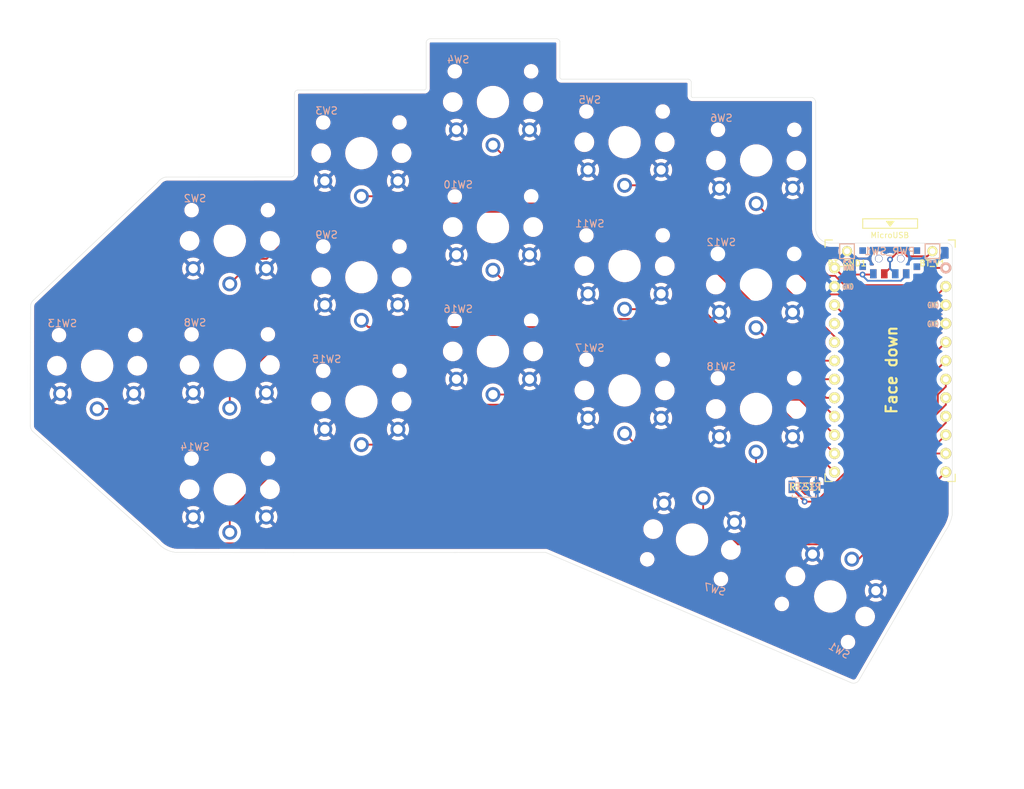
<source format=kicad_pcb>
(kicad_pcb (version 20211014) (generator pcbnew)
  (layers (0 "F.Cu" signal) (31 "B.Cu" signal) (34 "B.Paste" user) (35 "F.Paste" user) (36 "B.SilkS" user "B.Silkscreen") (37 "F.SilkS" user "F.Silkscreen") (38 "B.Mask" user) (39 "F.Mask" user) (44 "Edge.Cuts" user))
  (net 0 "")
  (net 1 "Net-(BT_V1-Pad1)")
  (net 2 "Net-(RSW1-Pad1)")
  (net 3 "GND")
  (net 4 "switch1")
  (net 5 "switch6")
  (net 6 "switch11")
  (net 7 "switch16")
  (net 8 "switch2")
  (net 9 "switch7")
  (net 10 "switch12")
  (net 11 "switch17")
  (net 12 "switch3")
  (net 13 "switch8")
  (net 14 "switch13")
  (net 15 "switch18")
  (net 16 "switch4")
  (net 17 "switch9")
  (net 18 "switch14")
  (net 19 "switch5")
  (net 20 "switch10")
  (net 21 "switch15")
  (net 22 "VCC")
  (net 23 "Net-(PWR_SW1-Pad3)")
  (footprint "kbd:ProMicro_v3_min" (layer "F.Cu") (at 138.117535 67.199212)
    (fp_text reference "U1" hide)
    (fp_text value "ProMicro" hide)
    (fp_text user "RAW" (at -5.64 -14.52 unlocked) (layer "B.SilkS") (effects (font (size 0.75 0.5) (thickness 0.125)) (justify mirror)))
    (fp_text user "GND" (at -5.77 -11.88) (layer "B.SilkS") (effects (font (size 0.75 0.5) (thickness 0.125)) (justify mirror)))
    (fp_text user "" (at -1.2065 -16.256) (layer "B.SilkS") (effects (justify mirror)))
    (fp_text user "GND" (at 5.88 -9.35) (layer "B.SilkS") (effects (font (size 0.75 0.5) (thickness 0.125)) (justify mirror)))
    (fp_text user "GND" (at 5.86 -6.77) (layer "B.SilkS") (effects (font (size 0.75 0.5) (thickness 0.125)) (justify mirror)))
    (fp_text user "GND" (at -5.77 -11.91) (layer "F.SilkS") (effects (font (size 0.75 0.5) (thickness 0.125))))
    (fp_text user "GND" (at 5.86 -6.8) (layer "F.SilkS") (effects (font (size 0.75 0.5) (thickness 0.125))))
    (fp_text user "" (at -0.5 -17.25) (layer "F.SilkS"))
    (fp_text user "GND" (at 5.88 -9.38) (layer "F.SilkS") (effects (font (size 0.75 0.5) (thickness 0.125))))
    (fp_text user "MicroUSB" (at -0.05 -18.95) (layer "F.SilkS") (effects (font (size 0.75 0.75) (thickness 0.12))))
    (fp_text user "RAW" (at -5.646009 -14.477575) (layer "F.SilkS") (effects (font (size 0.75 0.5) (thickness 0.125))))
    (fp_line (start 8.9 14.75) (end 7.89 14.75) (layer "F.SilkS") (width 0.15))
    (fp_line (start 0.5 -20.85) (end 0 -20.2) (layer "F.SilkS") (width 0.15))
    (fp_line (start -8.9 14.75) (end -7.9 14.75) (layer "F.SilkS") (width 0.15))
    (fp_line (start -8.9 -18.3) (end -7.9 -18.3) (layer "F.SilkS") (width 0.15))
    (fp_line (start 3.75 -21.2) (end -3.75 -21.2) (layer "F.SilkS") (width 0.15))
    (fp_line (start -0.15 -20.4) (end 0.15 -20.4) (layer "F.SilkS") (width 0.15))
    (fp_line (start -0.5 -20.85) (end 0.5 -20.85) (layer "F.SilkS") (width 0.15))
    (fp_line (start 8.9 -18.3) (end 8.9 -17.3) (layer "F.SilkS") (width 0.15))
    (fp_line (start 3.75 -19.9) (end 3.75 -21.2) (layer "F.SilkS") (width 0.15))
    (fp_line (start 0 -20.2) (end -0.5 -20.85) (layer "F.SilkS") (width 0.15))
    (fp_line (start -8.9 13.7) (end -8.9 14.75) (layer "F.SilkS") (width 0.15))
    (fp_line (start -3.75 -19.9) (end 3.75 -19.9) (layer "F.SilkS") (width 0.15))
    (fp_line (start -0.25 -20.55) (end 0.25 -20.55) (layer "F.SilkS") (width 0.15))
    (fp_line (start 8.9 13.75) (end 8.9 14.75) (layer "F.SilkS") (width 0.15))
    (fp_line (start 8.9 -18.3) (end 7.95 -18.3) (layer "F.SilkS") (width 0.15))
    (fp_line (start -8.9 -18.3) (end -8.9 -17.3) (layer "F.SilkS") (width 0.15))
    (fp_line (start -0.35 -20.7) (end 0.35 -20.7) (layer "F.SilkS") (width 0.15))
    (fp_line (start -3.75 -21.2) (end -3.75 -19.9) (layer "F.SilkS") (width 0.15))
    (pad "1" thru_hole circle locked (at 7.6114 -14.478) (size 1.524 1.524) (drill 0.8128) (layers *.Cu *.SilkS *.Mask) (net 5 "switch6"))
    (pad "2" thru_hole circle locked (at 7.6114 -11.938) (size 1.524 1.524) (drill 0.8128) (layers *.Cu "F.SilkS" "B.Mask") (net 19 "switch5"))
    (pad "3" thru_hole circle locked (at 7.6114 -9.398) (size 1.524 1.524) (drill 0.8128) (layers *.Cu "F.SilkS" "B.Mask") (net 3 "GND"))
    (pad "4" thru_hole circle locked (at 7.6114 -6.858) (size 1.524 1.524) (drill 0.8128) (layers *.Cu "F.SilkS" "B.Mask") (net 3 "GND"))
    (pad "5" thru_hole circle locked (at 7.6114 -4.318) (size 1.524 1.524) (drill 0.8128) (layers *.Cu "F.SilkS" "B.Mask") (net 15 "switch18"))
    (pad "6" thru_hole circle locked (at 7.6114 -1.778) (size 1.524 1.524) (drill 0.8128) (layers *.Cu "F.SilkS" "B.Mask") (net 11 "switch17"))
    (pad "7" thru_hole circle locked (at 7.6114 0.762) (size 1.524 1.524) (drill 0.8128) (layers *.Cu "F.SilkS" "B.Mask") (net 7 "switch16"))
    (pad "8" thru_hole circle locked (at 7.6114 3.302) (size 1.524 1.524) (drill 0.8128) (layers *.Cu "F.SilkS" "B.Mask") (net 21 "switch15"))
    (pad "9" thru_hole circle locked (at 7.6114 5.842) (size 1.524 1.524) (drill 0.8128) (layers *.Cu "F.SilkS" "B.Mask") (net 18 "switch14"))
    (pad "10" thru_hole circle locked (at 7.6114 8.382) (size 1.524 1.524) (drill 0.8128) (layers *.Cu "F.SilkS" "B.Mask") (net 14 "switch13"))
    (pad "11" thru_hole circle locked (at 7.6114 10.922) (size 1.524 1.524) (drill 0.8128) (layers *.Cu "F.SilkS" "B.Mask") (net 9 "switch7"))
    (pad "12" thru_hole circle locked (at 7.6114 13.462) (size 1.524 1.524) (drill 0.8128) (layers *.Cu "F.SilkS" "B.Mask") (net 4 "switch1"))
    (pad "13" thru_hole circle locked (at -7.6086 13.462) (size 1.524 1.524) (drill 0.8128) (layers *.Cu "F.SilkS" "B.Mask") (net 13 "switch8"))
    (pad "14" thru_hole circle locked (at -7.6086 10.922) (size 1.524 1.524) (drill 0.8128) (layers *.Cu "F.SilkS" "B.Mask") (net 17 "switch9"))
    (pad "15" thru_hole circle locked (at -7.6086 8.382) (size 1.524 1.524) (drill 0.8128) (layers *.Cu "F.SilkS" "B.Mask") (net 20 "switch10"))
    (pad "16" thru_hole circle locked (at -7.6086 5.842) (size 1.524 1.524) (drill 0.8128) (layers *.Cu "F.SilkS" "B.Mask") (net 6 "switch11"))
    (pad "17" thru_hole circle locked (at -7.6086 3.302) (size 1.524 1.524) (drill 0.8128) (layers *.Cu "F.SilkS" "B.Mask") (net 10 "switch12"))
    (pad "18" thru_hole circle locked (at -7.6086 0.762) (size 1.524 1.524) (drill 0.8128) (layers *.Cu "F.SilkS" "B.Mask") (net 8 "switch2"))
    (pad "19" thru_hole circle locked (at -7.6086 -1.778) (size 1.524 1.524) (drill 0.8128) (layers *.Cu "F.SilkS" "B.Mask") (net 12 "switch3"))
    (pad "20" thru_hole circle locked (at -7.6086 -4.318) (size 1.524 1.524) (drill 0.8128) (layers *.Cu "F.SilkS" "B.Mask") (net 16 "switch4"))
    (pad "21" thru_hole circle locked (at -7.6086 -6.858) (size 1.524 1.524) (drill 0.8128) (layers *.Cu "F.SilkS" "B.Mask") (net 22 "VCC"))
    (pad "22" thru_hole circle locked (at -7.6086 -9.398) (size 1.524 1.524) (drill 0.8128) (layers *.Cu "F.SilkS" "B.Mask") (net 2 "Net-(RSW1-Pad1)"))
    (pad "23" thru_hole circle locked (at -7.6086 -11.938) (size 1.524 1.524) (drill 0.8128) (layers *.Cu "F.SilkS" "B.Mask") (net 3 "GND"))
    (pad "24" thru_hole circle locked (at -7.6086 -14.478) (size 1.524 1.524) (drill 0.8128) (layers *.Cu "F.SilkS" "B.Mask") (net 23 "Net-(PWR_SW1-Pad3)"))
  )
  (footprint "Exkeylibur:choc_switch_reversible" (layer "F.Cu") (at 83.795535 64.151212)
    (fp_text reference "SW16" hide)
    (fp_text value "SW_Push" hide)
    (fp_text user "${REFERENCE}" (at -4.76 -5.8) (layer "B.SilkS") (effects (justify mirror)))
    (pad "" np_thru_hole circle (at 0 0) (size 3.429 3.429) (drill 3.429) (layers *.Cu *.Mask))
    (pad "" np_thru_hole circle (at 5.22 -4.2) (size 0.9906 0.9906) (drill 0.9906) (layers *.Cu *.Mask))
    (pad "" np_thru_hole circle (at 5.5 0) (size 1.7018 1.7018) (drill 1.7018) (layers *.Cu *.Mask))
    (pad "" np_thru_hole circle (at -5.22 -4.2) (size 0.9906 0.9906) (drill 0.9906) (layers *.Cu *.Mask))
    (pad "" np_thru_hole circle (at -5.5 0) (size 1.7018 1.7018) (drill 1.7018) (layers *.Cu *.Mask))
    (pad "1" thru_hole circle (at 0 5.9) (size 2.032 2.032) (drill 1.27) (layers *.Cu *.Mask) (net 7 "switch16"))
    (pad "2" thru_hole circle (at 5 3.8) (size 2.032 2.032) (drill 1.27) (layers *.Cu *.Mask) (net 3 "GND"))
    (pad "2" thru_hole circle (at -5 3.8) (size 2.032 2.032) (drill 1.27) (layers *.Cu *.Mask) (net 3 "GND"))
  )
  (footprint "Exkeylibur:choc_switch_reversible" (layer "F.Cu") (at 129.930425 97.686425 150)
    (fp_text reference "SW1" hide)
    (fp_text value "SW_Push" hide)
    (fp_text user "${REFERENCE}" (at -4.76 -5.8 150) (layer "B.SilkS") (effects (justify mirror)))
    (pad "" np_thru_hole circle (at -5.22 -4.2 150) (size 0.9906 0.9906) (drill 0.9906) (layers *.Cu *.Mask))
    (pad "" np_thru_hole circle (at 0 0 150) (size 3.429 3.429) (drill 3.429) (layers *.Cu *.Mask))
    (pad "" np_thru_hole circle (at -5.5 0 150) (size 1.7018 1.7018) (drill 1.7018) (layers *.Cu *.Mask))
    (pad "" np_thru_hole circle (at 5.5 0 150) (size 1.7018 1.7018) (drill 1.7018) (layers *.Cu *.Mask))
    (pad "" np_thru_hole circle (at 5.22 -4.2 150) (size 0.9906 0.9906) (drill 0.9906) (layers *.Cu *.Mask))
    (pad "1" thru_hole circle (at 0 5.9 150) (size 2.032 2.032) (drill 1.27) (layers *.Cu *.Mask) (net 4 "switch1"))
    (pad "2" thru_hole circle (at -5 3.8 150) (size 2.032 2.032) (drill 1.27) (layers *.Cu *.Mask) (net 3 "GND"))
    (pad "2" thru_hole circle (at 5 3.8 150) (size 2.032 2.032) (drill 1.27) (layers *.Cu *.Mask) (net 3 "GND"))
  )
  (footprint "Exkeylibur:choc_switch_reversible" (layer "F.Cu") (at 65.795535 71.009212)
    (fp_text reference "SW15" hide)
    (fp_text value "SW_Push" hide)
    (fp_text user "${REFERENCE}" (at -4.76 -5.8) (layer "B.SilkS") (effects (justify mirror)))
    (pad "" np_thru_hole circle (at 5.22 -4.2) (size 0.9906 0.9906) (drill 0.9906) (layers *.Cu *.Mask))
    (pad "" np_thru_hole circle (at -5.22 -4.2) (size 0.9906 0.9906) (drill 0.9906) (layers *.Cu *.Mask))
    (pad "" np_thru_hole circle (at 0 0) (size 3.429 3.429) (drill 3.429) (layers *.Cu *.Mask))
    (pad "" np_thru_hole circle (at -5.5 0) (size 1.7018 1.7018) (drill 1.7018) (layers *.Cu *.Mask))
    (pad "" np_thru_hole circle (at 5.5 0) (size 1.7018 1.7018) (drill 1.7018) (layers *.Cu *.Mask))
    (pad "1" thru_hole circle (at 0 5.9) (size 2.032 2.032) (drill 1.27) (layers *.Cu *.Mask) (net 21 "switch15"))
    (pad "2" thru_hole circle (at 5 3.8) (size 2.032 2.032) (drill 1.27) (layers *.Cu *.Mask) (net 3 "GND"))
    (pad "2" thru_hole circle (at -5 3.8) (size 2.032 2.032) (drill 1.27) (layers *.Cu *.Mask) (net 3 "GND"))
  )
  (footprint "Exkeylibur:choc_switch_reversible" (layer "F.Cu") (at 29.660425 66.116425)
    (fp_text reference "SW13" hide)
    (fp_text value "SW_Push" hide)
    (fp_text user "${REFERENCE}" (at -4.76 -5.8) (layer "B.SilkS") (effects (justify mirror)))
    (pad "" np_thru_hole circle (at -5.22 -4.2) (size 0.9906 0.9906) (drill 0.9906) (layers *.Cu *.Mask))
    (pad "" np_thru_hole circle (at 5.5 0) (size 1.7018 1.7018) (drill 1.7018) (layers *.Cu *.Mask))
    (pad "" np_thru_hole circle (at 5.22 -4.2) (size 0.9906 0.9906) (drill 0.9906) (layers *.Cu *.Mask))
    (pad "" np_thru_hole circle (at -5.5 0) (size 1.7018 1.7018) (drill 1.7018) (layers *.Cu *.Mask))
    (pad "" np_thru_hole circle (at 0 0) (size 3.429 3.429) (drill 3.429) (layers *.Cu *.Mask))
    (pad "1" thru_hole circle (at 0 5.9) (size 2.032 2.032) (drill 1.27) (layers *.Cu *.Mask) (net 14 "switch13"))
    (pad "2" thru_hole circle (at -5 3.8) (size 2.032 2.032) (drill 1.27) (layers *.Cu *.Mask) (net 3 "GND"))
    (pad "2" thru_hole circle (at 5 3.8) (size 2.032 2.032) (drill 1.27) (layers *.Cu *.Mask) (net 3 "GND"))
  )
  (footprint "Exkeylibur:choc_switch_reversible" (layer "F.Cu") (at 101.795535 69.485212)
    (fp_text reference "SW17" hide)
    (fp_text value "SW_Push" hide)
    (fp_text user "${REFERENCE}" (at -4.76 -5.8) (layer "B.SilkS") (effects (justify mirror)))
    (pad "" np_thru_hole circle (at -5.5 0) (size 1.7018 1.7018) (drill 1.7018) (layers *.Cu *.Mask))
    (pad "" np_thru_hole circle (at -5.22 -4.2) (size 0.9906 0.9906) (drill 0.9906) (layers *.Cu *.Mask))
    (pad "" np_thru_hole circle (at 0 0) (size 3.429 3.429) (drill 3.429) (layers *.Cu *.Mask))
    (pad "" np_thru_hole circle (at 5.5 0) (size 1.7018 1.7018) (drill 1.7018) (layers *.Cu *.Mask))
    (pad "" np_thru_hole circle (at 5.22 -4.2) (size 0.9906 0.9906) (drill 0.9906) (layers *.Cu *.Mask))
    (pad "1" thru_hole circle (at 0 5.9) (size 2.032 2.032) (drill 1.27) (layers *.Cu *.Mask) (net 11 "switch17"))
    (pad "2" thru_hole circle (at -5 3.8) (size 2.032 2.032) (drill 1.27) (layers *.Cu *.Mask) (net 3 "GND"))
    (pad "2" thru_hole circle (at 5 3.8) (size 2.032 2.032) (drill 1.27) (layers *.Cu *.Mask) (net 3 "GND"))
  )
  (footprint "Exkeylibur:choc_switch_reversible" (layer "F.Cu") (at 119.775535 72.025212)
    (fp_text reference "SW18" hide)
    (fp_text value "SW_Push" hide)
    (fp_text user "${REFERENCE}" (at -4.76 -5.8) (layer "B.SilkS") (effects (justify mirror)))
    (pad "" np_thru_hole circle (at 0 0) (size 3.429 3.429) (drill 3.429) (layers *.Cu *.Mask))
    (pad "" np_thru_hole circle (at 5.22 -4.2) (size 0.9906 0.9906) (drill 0.9906) (layers *.Cu *.Mask))
    (pad "" np_thru_hole circle (at -5.5 0) (size 1.7018 1.7018) (drill 1.7018) (layers *.Cu *.Mask))
    (pad "" np_thru_hole circle (at 5.5 0) (size 1.7018 1.7018) (drill 1.7018) (layers *.Cu *.Mask))
    (pad "" np_thru_hole circle (at -5.22 -4.2) (size 0.9906 0.9906) (drill 0.9906) (layers *.Cu *.Mask))
    (pad "1" thru_hole circle (at 0 5.9) (size 2.032 2.032) (drill 1.27) (layers *.Cu *.Mask) (net 15 "switch18"))
    (pad "2" thru_hole circle (at -5 3.8) (size 2.032 2.032) (drill 1.27) (layers *.Cu *.Mask) (net 3 "GND"))
    (pad "2" thru_hole circle (at 5 3.8) (size 2.032 2.032) (drill 1.27) (layers *.Cu *.Mask) (net 3 "GND"))
  )
  (footprint "Exkeylibur:choc_switch_reversible" (layer "F.Cu") (at 83.795535 30.017212)
    (fp_text reference "SW4" hide)
    (fp_text value "SW_Push" hide)
    (fp_text user "${REFERENCE}" (at -4.76 -5.8) (layer "B.SilkS") (effects (justify mirror)))
    (pad "" np_thru_hole circle (at 0 0) (size 3.429 3.429) (drill 3.429) (layers *.Cu *.Mask))
    (pad "" np_thru_hole circle (at -5.22 -4.2) (size 0.9906 0.9906) (drill 0.9906) (layers *.Cu *.Mask))
    (pad "" np_thru_hole circle (at 5.5 0) (size 1.7018 1.7018) (drill 1.7018) (layers *.Cu *.Mask))
    (pad "" np_thru_hole circle (at -5.5 0) (size 1.7018 1.7018) (drill 1.7018) (layers *.Cu *.Mask))
    (pad "" np_thru_hole circle (at 5.22 -4.2) (size 0.9906 0.9906) (drill 0.9906) (layers *.Cu *.Mask))
    (pad "1" thru_hole circle (at 0 5.9) (size 2.032 2.032) (drill 1.27) (layers *.Cu *.Mask) (net 16 "switch4"))
    (pad "2" thru_hole circle (at 5 3.8) (size 2.032 2.032) (drill 1.27) (layers *.Cu *.Mask) (net 3 "GND"))
    (pad "2" thru_hole circle (at -5 3.8) (size 2.032 2.032) (drill 1.27) (layers *.Cu *.Mask) (net 3 "GND"))
  )
  (footprint "Exkeylibur:choc_switch_reversible" (layer "F.Cu") (at 65.795535 37.017212)
    (fp_text reference "SW3" hide)
    (fp_text value "SW_Push" hide)
    (fp_text user "${REFERENCE}" (at -4.76 -5.8) (layer "B.SilkS") (effects (justify mirror)))
    (pad "" np_thru_hole circle (at -5.22 -4.2) (size 0.9906 0.9906) (drill 0.9906) (layers *.Cu *.Mask))
    (pad "" np_thru_hole circle (at 5.22 -4.2) (size 0.9906 0.9906) (drill 0.9906) (layers *.Cu *.Mask))
    (pad "" np_thru_hole circle (at 5.5 0) (size 1.7018 1.7018) (drill 1.7018) (layers *.Cu *.Mask))
    (pad "" np_thru_hole circle (at 0 0) (size 3.429 3.429) (drill 3.429) (layers *.Cu *.Mask))
    (pad "" np_thru_hole circle (at -5.5 0) (size 1.7018 1.7018) (drill 1.7018) (layers *.Cu *.Mask))
    (pad "1" thru_hole circle (at 0 5.9) (size 2.032 2.032) (drill 1.27) (layers *.Cu *.Mask) (net 12 "switch3"))
    (pad "2" thru_hole circle (at 5 3.8) (size 2.032 2.032) (drill 1.27) (layers *.Cu *.Mask) (net 3 "GND"))
    (pad "2" thru_hole circle (at -5 3.8) (size 2.032 2.032) (drill 1.27) (layers *.Cu *.Mask) (net 3 "GND"))
  )
  (footprint "Exkeylibur:choc_switch_reversible" (layer "F.Cu") (at 65.795535 53.991212)
    (fp_text reference "SW9" hide)
    (fp_text value "SW_Push" hide)
    (fp_text user "${REFERENCE}" (at -4.76 -5.8) (layer "B.SilkS") (effects (justify mirror)))
    (pad "" np_thru_hole circle (at 0 0) (size 3.429 3.429) (drill 3.429) (layers *.Cu *.Mask))
    (pad "" np_thru_hole circle (at 5.22 -4.2) (size 0.9906 0.9906) (drill 0.9906) (layers *.Cu *.Mask))
    (pad "" np_thru_hole circle (at 5.5 0) (size 1.7018 1.7018) (drill 1.7018) (layers *.Cu *.Mask))
    (pad "" np_thru_hole circle (at -5.5 0) (size 1.7018 1.7018) (drill 1.7018) (layers *.Cu *.Mask))
    (pad "" np_thru_hole circle (at -5.22 -4.2) (size 0.9906 0.9906) (drill 0.9906) (layers *.Cu *.Mask))
    (pad "1" thru_hole circle (at 0 5.9) (size 2.032 2.032) (drill 1.27) (layers *.Cu *.Mask) (net 17 "switch9"))
    (pad "2" thru_hole circle (at -5 3.8) (size 2.032 2.032) (drill 1.27) (layers *.Cu *.Mask) (net 3 "GND"))
    (pad "2" thru_hole circle (at 5 3.8) (size 2.032 2.032) (drill 1.27) (layers *.Cu *.Mask) (net 3 "GND"))
  )
  (footprint "Exkeylibur:choc_switch_reversible" (layer "F.Cu") (at 47.795535 83.017212)
    (fp_text reference "SW14" hide)
    (fp_text value "SW_Push" hide)
    (fp_text user "${REFERENCE}" (at -4.76 -5.8) (layer "B.SilkS") (effects (justify mirror)))
    (pad "" np_thru_hole circle (at 0 0) (size 3.429 3.429) (drill 3.429) (layers *.Cu *.Mask))
    (pad "" np_thru_hole circle (at 5.5 0) (size 1.7018 1.7018) (drill 1.7018) (layers *.Cu *.Mask))
    (pad "" np_thru_hole circle (at -5.5 0) (size 1.7018 1.7018) (drill 1.7018) (layers *.Cu *.Mask))
    (pad "" np_thru_hole circle (at -5.22 -4.2) (size 0.9906 0.9906) (drill 0.9906) (layers *.Cu *.Mask))
    (pad "" np_thru_hole circle (at 5.22 -4.2) (size 0.9906 0.9906) (drill 0.9906) (layers *.Cu *.Mask))
    (pad "1" thru_hole circle (at 0 5.9) (size 2.032 2.032) (drill 1.27) (layers *.Cu *.Mask) (net 18 "switch14"))
    (pad "2" thru_hole circle (at 5 3.8) (size 2.032 2.032) (drill 1.27) (layers *.Cu *.Mask) (net 3 "GND"))
    (pad "2" thru_hole circle (at -5 3.8) (size 2.032 2.032) (drill 1.27) (layers *.Cu *.Mask) (net 3 "GND"))
  )
  (footprint "Exkeylibur:choc_switch_reversible" (layer "F.Cu") (at 119.775535 55.007212)
    (fp_text reference "SW12" hide)
    (fp_text value "SW_Push" hide)
    (fp_text user "${REFERENCE}" (at -4.76 -5.8) (layer "B.SilkS") (effects (justify mirror)))
    (pad "" np_thru_hole circle (at 0 0) (size 3.429 3.429) (drill 3.429) (layers *.Cu *.Mask))
    (pad "" np_thru_hole circle (at 5.5 0) (size 1.7018 1.7018) (drill 1.7018) (layers *.Cu *.Mask))
    (pad "" np_thru_hole circle (at -5.5 0) (size 1.7018 1.7018) (drill 1.7018) (layers *.Cu *.Mask))
    (pad "" np_thru_hole circle (at 5.22 -4.2) (size 0.9906 0.9906) (drill 0.9906) (layers *.Cu *.Mask))
    (pad "" np_thru_hole circle (at -5.22 -4.2) (size 0.9906 0.9906) (drill 0.9906) (layers *.Cu *.Mask))
    (pad "1" thru_hole circle (at 0 5.9) (size 2.032 2.032) (drill 1.27) (layers *.Cu *.Mask) (net 10 "switch12"))
    (pad "2" thru_hole circle (at 5 3.8) (size 2.032 2.032) (drill 1.27) (layers *.Cu *.Mask) (net 3 "GND"))
    (pad "2" thru_hole circle (at -5 3.8) (size 2.032 2.032) (drill 1.27) (layers *.Cu *.Mask) (net 3 "GND"))
  )
  (footprint "Exkeylibur:choc_switch_reversible" (layer "F.Cu") (at 101.795535 52.467212)
    (fp_text reference "SW11" hide)
    (fp_text value "SW_Push" hide)
    (fp_text user "${REFERENCE}" (at -4.76 -5.8) (layer "B.SilkS") (effects (justify mirror)))
    (pad "" np_thru_hole circle (at -5.5 0) (size 1.7018 1.7018) (drill 1.7018) (layers *.Cu *.Mask))
    (pad "" np_thru_hole circle (at 0 0) (size 3.429 3.429) (drill 3.429) (layers *.Cu *.Mask))
    (pad "" np_thru_hole circle (at 5.22 -4.2) (size 0.9906 0.9906) (drill 0.9906) (layers *.Cu *.Mask))
    (pad "" np_thru_hole circle (at -5.22 -4.2) (size 0.9906 0.9906) (drill 0.9906) (layers *.Cu *.Mask))
    (pad "" np_thru_hole circle (at 5.5 0) (size 1.7018 1.7018) (drill 1.7018) (layers *.Cu *.Mask))
    (pad "1" thru_hole circle (at 0 5.9) (size 2.032 2.032) (drill 1.27) (layers *.Cu *.Mask) (net 6 "switch11"))
    (pad "2" thru_hole circle (at -5 3.8) (size 2.032 2.032) (drill 1.27) (layers *.Cu *.Mask) (net 3 "GND"))
    (pad "2" thru_hole circle (at 5 3.8) (size 2.032 2.032) (drill 1.27) (layers *.Cu *.Mask) (net 3 "GND"))
  )
  (footprint "Exkeylibur:choc_switch_reversible" (layer "F.Cu") (at 47.795535 66.017212)
    (fp_text reference "SW8" hide)
    (fp_text value "SW_Push" hide)
    (fp_text user "${REFERENCE}" (at -4.76 -5.8) (layer "B.SilkS") (effects (justify mirror)))
    (pad "" np_thru_hole circle (at -5.5 0) (size 1.7018 1.7018) (drill 1.7018) (layers *.Cu *.Mask))
    (pad "" np_thru_hole circle (at -5.22 -4.2) (size 0.9906 0.9906) (drill 0.9906) (layers *.Cu *.Mask))
    (pad "" np_thru_hole circle (at 5.5 0) (size 1.7018 1.7018) (drill 1.7018) (layers *.Cu *.Mask))
    (pad "" np_thru_hole circle (at 0 0) (size 3.429 3.429) (drill 3.429) (layers *.Cu *.Mask))
    (pad "" np_thru_hole circle (at 5.22 -4.2) (size 0.9906 0.9906) (drill 0.9906) (layers *.Cu *.Mask))
    (pad "1" thru_hole circle (at 0 5.9) (size 2.032 2.032) (drill 1.27) (layers *.Cu *.Mask) (net 13 "switch8"))
    (pad "2" thru_hole circle (at -5 3.8) (size 2.032 2.032) (drill 1.27) (layers *.Cu *.Mask) (net 3 "GND"))
    (pad "2" thru_hole circle (at 5 3.8) (size 2.032 2.032) (drill 1.27) (layers *.Cu *.Mask) (net 3 "GND"))
  )
  (footprint "Exkeylibur:choc_switch_reversible" (layer "F.Cu") (at 119.795535 38.017212)
    (fp_text reference "SW6" hide)
    (fp_text value "SW_Push" hide)
    (fp_text user "${REFERENCE}" (at -4.76 -5.8) (layer "B.SilkS") (effects (justify mirror)))
    (pad "" np_thru_hole circle (at 5.22 -4.2) (size 0.9906 0.9906) (drill 0.9906) (layers *.Cu *.Mask))
    (pad "" np_thru_hole circle (at -5.22 -4.2) (size 0.9906 0.9906) (drill 0.9906) (layers *.Cu *.Mask))
    (pad "" np_thru_hole circle (at 0 0) (size 3.429 3.429) (drill 3.429) (layers *.Cu *.Mask))
    (pad "" np_thru_hole circle (at 5.5 0) (size 1.7018 1.7018) (drill 1.7018) (layers *.Cu *.Mask))
    (pad "" np_thru_hole circle (at -5.5 0) (size 1.7018 1.7018) (drill 1.7018) (layers *.Cu *.Mask))
    (pad "1" thru_hole circle (at 0 5.9) (size 2.032 2.032) (drill 1.27) (layers *.Cu *.Mask) (net 5 "switch6"))
    (pad "2" thru_hole circle (at 5 3.8) (size 2.032 2.032) (drill 1.27) (layers *.Cu *.Mask) (net 3 "GND"))
    (pad "2" thru_hole circle (at -5 3.8) (size 2.032 2.032) (drill 1.27) (layers *.Cu *.Mask) (net 3 "GND"))
  )
  (footprint "Exkeylibur:choc_switch_reversible" (layer "F.Cu") (at 101.795535 35.517212)
    (fp_text reference "SW5" hide)
    (fp_text value "SW_Push" hide)
    (fp_text user "${REFERENCE}" (at -4.76 -5.8) (layer "B.SilkS") (effects (justify mirror)))
    (pad "" np_thru_hole circle (at -5.5 0) (size 1.7018 1.7018) (drill 1.7018) (layers *.Cu *.Mask))
    (pad "" np_thru_hole circle (at 5.22 -4.2) (size 0.9906 0.9906) (drill 0.9906) (layers *.Cu *.Mask))
    (pad "" np_thru_hole circle (at -5.22 -4.2) (size 0.9906 0.9906) (drill 0.9906) (layers *.Cu *.Mask))
    (pad "" np_thru_hole circle (at 5.5 0) (size 1.7018 1.7018) (drill 1.7018) (layers *.Cu *.Mask))
    (pad "" np_thru_hole circle (at 0 0) (size 3.429 3.429) (drill 3.429) (layers *.Cu *.Mask))
    (pad "1" thru_hole circle (at 0 5.9) (size 2.032 2.032) (drill 1.27) (layers *.Cu *.Mask) (net 19 "switch5"))
    (pad "2" thru_hole circle (at -5 3.8) (size 2.032 2.032) (drill 1.27) (layers *.Cu *.Mask) (net 3 "GND"))
    (pad "2" thru_hole circle (at 5 3.8) (size 2.032 2.032) (drill 1.27) (layers *.Cu *.Mask) (net 3 "GND"))
  )
  (footprint "Exkeylibur:choc_switch_reversible" (layer "F.Cu") (at 47.795535 49.017212)
    (fp_text reference "SW2" hide)
    (fp_text value "SW_Push" hide)
    (fp_text user "${REFERENCE}" (at -4.76 -5.8) (layer "B.SilkS") (effects (justify mirror)))
    (pad "" np_thru_hole circle (at 5.5 0) (size 1.7018 1.7018) (drill 1.7018) (layers *.Cu *.Mask))
    (pad "" np_thru_hole circle (at -5.22 -4.2) (size 0.9906 0.9906) (drill 0.9906) (layers *.Cu *.Mask))
    (pad "" np_thru_hole circle (at -5.5 0) (size 1.7018 1.7018) (drill 1.7018) (layers *.Cu *.Mask))
    (pad "" np_thru_hole circle (at 0 0) (size 3.429 3.429) (drill 3.429) (layers *.Cu *.Mask))
    (pad "" np_thru_hole circle (at 5.22 -4.2) (size 0.9906 0.9906) (drill 0.9906) (layers *.Cu *.Mask))
    (pad "1" thru_hole circle (at 0 5.9) (size 2.032 2.032) (drill 1.27) (layers *.Cu *.Mask) (net 8 "switch2"))
    (pad "2" thru_hole circle (at -5 3.8) (size 2.032 2.032) (drill 1.27) (layers *.Cu *.Mask) (net 3 "GND"))
    (pad "2" thru_hole circle (at 5 3.8) (size 2.032 2.032) (drill 1.27) (layers *.Cu *.Mask) (net 3 "GND"))
  )
  (footprint "Exkeylibur:reset_switch" (layer "F.Cu") (at 126.379535 82.693212)
    (fp_text reference "RSW1" hide)
    (fp_text value "SW_Push")
    (fp_text user "RESET" (at 0.127 0) (layer "B.SilkS") (effects (justify mirror)))
    (fp_line (start -1.65 -1.4) (end 1.65 -1.4) (layer "F.SilkS") (width 0.12))
    (fp_line (start -1.65 1.1) (end -1.65 1.4) (layer "F.SilkS") (width 0.12))
    (fp_line (start 1.65 -1.4) (end 1.65 -1.1) (layer "F.SilkS") (width 0.12))
    (fp_line (start 1.65 1.4) (end 1.65 1.1) (layer "F.SilkS") (width 0.12))
    (fp_line (start -1.65 1.4) (end 1.65 1.4) (layer "F.SilkS") (width 0.12))
    (fp_line (start -1.65 -1.1) (end -1.65 -1.4) (layer "F.SilkS") (width 0.12))
    (pad "1" smd rect (at -1.7 0) (size 0.9 1.7) (layers "F.Cu" "F.Paste" "F.Mask") (net 2 "Net-(RSW1-Pad1)"))
    (pad "2" smd rect (at 1.7 0) (size 0.9 1.7) (layers "F.Cu" "F.Paste" "F.Mask") (net 3 "GND"))
  )
  (footprint "Exkeylibur:choc_switch_reversible" (layer "F.Cu") (at 83.795535 47.133212)
    (fp_text reference "SW10" hide)
    (fp_text value "SW_Push" hide)
    (fp_text user "${REFERENCE}" (at -4.76 -5.8) (layer "B.SilkS") (effects (justify mirror)))
    (pad "" np_thru_hole circle (at 5.22 -4.2) (size 0.9906 0.9906) (drill 0.9906) (layers *.Cu *.Mask))
    (pad "" np_thru_hole circle (at 0 0) (size 3.429 3.429) (drill 3.429) (layers *.Cu *.Mask))
    (pad "" np_thru_hole circle (at -5.22 -4.2) (size 0.9906 0.9906) (drill 0.9906) (layers *.Cu *.Mask))
    (pad "" np_thru_hole circle (at -5.5 0) (size 1.7018 1.7018) (drill 1.7018) (layers *.Cu *.Mask))
    (pad "" np_thru_hole circle (at 5.5 0) (size 1.7018 1.7018) (drill 1.7018) (layers *.Cu *.Mask))
    (pad "1" thru_hole circle (at 0 5.9) (size 2.032 2.032) (drill 1.27) (layers *.Cu *.Mask) (net 20 "switch10"))
    (pad "2" thru_hole circle (at 5 3.8) (size 2.032 2.032) (drill 1.27) (layers *.Cu *.Mask) (net 3 "GND"))
    (pad "2" thru_hole circle (at -5 3.8) (size 2.032 2.032) (drill 1.27) (layers *.Cu *.Mask) (net 3 "GND"))
  )
  (footprint "Exkeylibur:Bat_MountingHole" (layer "F.Cu") (at 143.905535 50.435212)
    (fp_text reference "BT_V1" (at 0 1.651) (layer "F.SilkS") (effects (font (size 0.8128 0.8128))))
    (fp_text value "MountingHole_Pad" hide)
    (fp_text user "**" (at 0 1.651) (layer "B.SilkS") (effects (font (size 0.8128 0.8128)) (justify mirror)))
    (fp_line (start 1 1) (end -1 1) (layer "B.SilkS") (width 0.15))
    (fp_line (start 1 -1) (end 1 1) (layer "B.SilkS") (width 0.15))
    (fp_line (start -1 -1) (end 1 -1) (layer "B.SilkS") (width 0.15))
    (fp_line (start -1 1) (end -1 -1) (layer "B.SilkS") (width 0.15))
    (fp_line (start 1 -1) (end -1 -1) (layer "F.SilkS") (width 0.15))
    (fp_line (start -1 1) (end 1 1) (layer "F.SilkS") (width 0.15))
    (fp_line (start -1 -1) (end -1 1) (layer "F.SilkS") (width 0.15))
    (fp_line (start 1 1) (end 1 -1) (layer "F.SilkS") (width 0.15))
    (pad "1" thru_hole circle (at 0 0) (size 1.397 1.397) (drill 0.8128) (layers *.Cu *.Mask "F.SilkS") (net 1 "Net-(BT_V1-Pad1)"))
  )
  (footprint "Exkeylibur:bat_gnd_mountingHole" (layer "F.Cu") (at 132.221535 50.435212)
    (fp_text reference "BT_GND1" (at 0 1.651) (layer "F.SilkS") (effects (font (size 0.8128 0.8128))))
    (fp_text value "MountingHole_Pad" hide)
    (fp_text user "**" (at 0 1.651) (layer "B.SilkS") (effects (font (size 0.8128 0.8128)) (justify mirror)))
    (fp_line (start 1 1) (end -1 1) (layer "B.SilkS") (width 0.15))
    (fp_line (start -1 -1) (end 1 -1) (layer "B.SilkS") (width 0.15))
    (fp_line (start 1 -1) (end 1 1) (layer "B.SilkS") (width 0.15))
    (fp_line (start -1 1) (end -1 -1) (layer "B.SilkS") (width 0.15))
    (fp_line (start 1 -1) (end -1 -1) (layer "F.SilkS") (width 0.15))
    (fp_line (start -1 1) (end 1 1) (layer "F.SilkS") (width 0.15))
    (fp_line (start 1 1) (end 1 -1) (layer "F.SilkS") (width 0.15))
    (fp_line (start -1 -1) (end -1 1) (layer "F.SilkS") (width 0.15))
    (pad "1" thru_hole circle (at 0 0) (size 1.397 1.397) (drill 0.8128) (layers *.Cu *.Mask "F.SilkS") (net 3 "GND"))
  )
  (footprint "Kailh:SPDT_C128955" (layer "F.Cu") (at 138.066802 51.454137)
    (fp_text reference "PWR_SW1" (at 0 -1) (layer "F.SilkS") (effects (justify mirror)))
    (fp_text value "SW_SPDT")
    (pad "" np_thru_hole circle locked (at 1.5 0) (size 1 1) (drill 0.9) (layers *.Cu *.Mask))
    (pad "" np_thru_hole circle locked (at -1.5 0) (size 1 1) (drill 0.9) (layers *.Cu *.Mask))
    (pad "0" smd rect locked (at 3.7 1.1) (size 0.9 0.9) (layers "F.Cu" "F.Paste" "F.Mask"))
    (pad "0" smd rect locked (at -3.7 1.1) (size 0.9 0.9) (layers "F.Cu" "F.Paste" "F.Mask"))
    (pad "0" smd rect locked (at 3.7 -1.1) (size 0.9 0.9) (layers "F.Cu" "F.Paste" "F.Mask"))
    (pad "0" smd rect locked (at -3.7 -1.1) (size 0.9 0.9) (layers "F.Cu" "F.Paste" "F.Mask"))
    (pad "1" smd rect locked (at 2.25 2.075) (size 0.9 1.25) (layers "F.Cu" "F.Paste" "F.Mask"))
    (pad "2" smd rect locked (at -0.75 2.075) (size 0.9 1.25) (layers "F.Cu" "F.Paste" "F.Mask") (net 1 "Net-(BT_V1-Pad1)"))
    (pad "3" smd rect locked (at -2.25 2.075) (size 0.9 1.25) (layers "F.Cu" "F.Paste" "F.Mask") (net 23 "Net-(PWR_SW1-Pad3)"))
  )
  (footprint "Exkeylibur:choc_switch_reversible" (layer "F.Cu") (at 111.020425 89.896425 165)
    (fp_text reference "SW7" hide)
    (fp_text value "SW_Push" hide)
    (fp_text user "${REFERENCE}" (at -4.76 -5.8 165) (layer "B.SilkS") (effects (justify mirror)))
    (pad "" np_thru_hole circle (at 5.5 0 165) (size 1.7018 1.7018) (drill 1.7018) (layers *.Cu *.Mask))
    (pad "" np_thru_hole circle (at -5.22 -4.2 165) (size 0.9906 0.9906) (drill 0.9906) (layers *.Cu *.Mask))
    (pad "" np_thru_hole circle (at -5.5 0 165) (size 1.7018 1.7018) (drill 1.7018) (layers *.Cu *.Mask))
    (pad "" np_thru_hole circle (at 5.22 -4.2 165) (size 0.9906 0.9906) (drill 0.9906) (layers *.Cu *.Mask))
    (pad "" np_thru_hole circle (at 0 0 165) (size 3.429 3.429) (drill 3.429) (layers *.Cu *.Mask))
    (pad "1" thru_hole circle (at 0 5.9 165) (size 2.032 2.032) (drill 1.27) (layers *.Cu *.Mask) (net 9 "switch7"))
    (pad "2" thru_hole circle (at 5 3.8 165) (size 2.032 2.032) (drill 1.27) (layers *.Cu *.Mask) (net 3 "GND"))
    (pad "2" thru_hole circle (at -5 3.8 165) (size 2.032 2.032) (drill 1.27) (layers *.Cu *.Mask) (net 3 "GND"))
  )
  (footprint "Kailh:SPDT_C128955" (layer "B.Cu") (at 138.063535 51.451212 180)
    (fp_text reference "PWR_SW1" (at 0 1) (layer "B.SilkS") (effects (justify mirror)))
    (fp_text value "SW_SPDT")
    (pad "" np_thru_hole circle locked (at -1.5 0 180) (size 1 1) (drill 0.9) (layers *.Cu *.Mask))
    (pad "" np_thru_hole circle locked (at 1.5 0 180) (size 1 1) (drill 0.9) (layers *.Cu *.Mask))
    (pad "0" smd rect locked (at -3.7 -1.1 180) (size 0.9 0.9) (layers "B.Cu" "B.Paste" "B.Mask"))
    (pad "0" smd rect locked (at 3.7 1.1 180) (size 0.9 0.9) (layers "B.Cu" "B.Paste" "B.Mask"))
    (pad "0" smd rect locked (at -3.7 1.1 180) (size 0.9 0.9) (layers "B.Cu" "B.Paste" "B.Mask"))
    (pad "0" smd rect locked (at 3.7 -1.1 180) (size 0.9 0.9) (layers "B.Cu" "B.Paste" "B.Mask"))
    (pad "1" smd rect locked (at 2.25 -2.075 180) (size 0.9 1.25) (layers "B.Cu" "B.Paste" "B.Mask"))
    (pad "2" smd rect locked (at -0.75 -2.075 180) (size 0.9 1.25) (layers "B.Cu" "B.Paste" "B.Mask") (net 1 "Net-(BT_V1-Pad1)"))
    (pad "3" smd rect locked (at -2.25 -2.075 180) (size 0.9 1.25) (layers "B.Cu" "B.Paste" "B.Mask") (net 23 "Net-(PWR_SW1-Pad3)"))
  )
  (footprint "Exkeylibur:reset_switch" (layer "B.Cu") (at 126.386802 82.691637)
    (fp_text reference "RSW1" hide)
    (fp_text value "SW_Push")
    (fp_text user "RESET" (at 0.127 0 180) (layer "F.SilkS"))
    (fp_line (start -1.65 -1.4) (end 1.65 -1.4) (layer "B.SilkS") (width 0.12))
    (fp_line (start 1.65 1.4) (end 1.65 1.1) (layer "B.SilkS") (width 0.12))
    (fp_line (start 1.65 -1.4) (end 1.65 -1.1) (layer "B.SilkS") (width 0.12))
    (fp_line (start -1.65 1.1) (end -1.65 1.4) (layer "B.SilkS") (width 0.12))
    (fp_line (start -1.65 -1.1) (end -1.65 -1.4) (layer "B.SilkS") (width 0.12))
    (fp_line (start -1.65 1.4) (end 1.65 1.4) (layer "B.SilkS") (width 0.12))
    (pad "1" smd rect (at -1.7 0) (size 0.9 1.7) (layers "B.Cu" "B.Paste" "B.Mask") (net 2 "Net-(RSW1-Pad1)"))
    (pad "2" smd rect (at 1.7 0) (size 0.9 1.7) (layers "B.Cu" "B.Paste" "B.Mask") (net 3 "GND"))
  )
  (gr_line (start 20.880425 75.136425) (end 37.910425 90.326425) (layer "Edge.Cuts") (width 0.05))
  (gr_line (start 127.937536 47.399211) (end 127.93758 30.074631) (layer "Edge.Cuts") (width 0.05))
  (gr_arc (start 129.972537 49.330129) (mid 128.560069 48.780928) (end 127.937536 47.399211) (layer "Edge.Cuts") (width 0.05))
  (gr_arc (start 145.877535 49.327212) (mid 146.407865 49.546882) (end 146.627535 50.077212) (layer "Edge.Cuts") (width 0.05))
  (gr_arc (start 40.500425 91.666425) (mid 39.069374 91.250703) (end 37.900425 90.326425) (layer "Edge.Cuts") (width 0.05))
  (gr_arc (start 127.471526 29.394101) (mid 127.809899 29.662221) (end 127.93758 30.074631) (layer "Edge.Cuts") (width 0.05))
  (gr_line (start 129.972537 49.330129) (end 145.877535 49.327212) (layer "Edge.Cuts") (width 0.05))
  (gr_line (start 146.627535 58.055212) (end 146.627535 66.183212) (layer "Edge.Cuts") (width 0.05))
  (gr_line (start 146.627535 50.077212) (end 146.627535 58.055212) (layer "Edge.Cuts") (width 0.05))
  (gr_line (start 37.930425 41.026425) (end 21.010425 57.076425) (layer "Edge.Cuts") (width 0.05))
  (gr_line (start 146.627535 66.183212) (end 146.620425 86.486425) (layer "Edge.Cuts") (width 0.05))
  (gr_line (start 110.911526 27.251637) (end 110.911526 29.201637) (layer "Edge.Cuts") (width 0.05))
  (gr_arc (start 56.641526 39.741637) (mid 56.543798 40.072794) (end 56.261526 40.271637) (layer "Edge.Cuts") (width 0.05))
  (gr_line (start 75.171526 21.361373) (end 92.50868 21.361373) (layer "Edge.Cuts") (width 0.05))
  (gr_line (start 56.511526 91.681637) (end 40.500425 91.666425) (layer "Edge.Cuts") (width 0.05))
  (gr_arc (start 74.651526 21.931637) (mid 74.800082 21.544884) (end 75.171526 21.361373) (layer "Edge.Cuts") (width 0.05))
  (gr_arc (start 37.930425 41.026425) (mid 38.436662 40.529319) (end 39.101526 40.281637) (layer "Edge.Cuts") (width 0.05))
  (gr_arc (start 110.471526 26.881637) (mid 110.754372 26.991901) (end 110.911526 27.251637) (layer "Edge.Cuts") (width 0.05))
  (gr_arc (start 56.641526 28.891637) (mid 56.774166 28.539035) (end 57.111526 28.371373) (layer "Edge.Cuts") (width 0.05))
  (gr_line (start 57.111526 28.371373) (end 74.441526 28.361637) (layer "Edge.Cuts") (width 0.05))
  (gr_arc (start 74.651526 28.071637) (mid 74.605941 28.259662) (end 74.441526 28.361637) (layer "Edge.Cuts") (width 0.05))
  (gr_arc (start 20.550425 58.076425) (mid 20.65693 57.519617) (end 21.010425 57.076425) (layer "Edge.Cuts") (width 0.05))
  (gr_line (start 91.040425 91.676425) (end 132.720425 109.466425) (layer "Edge.Cuts") (width 0.05))
  (gr_line (start 133.880425 109.116425) (end 145.670425 88.756425) (layer "Edge.Cuts") (width 0.05))
  (gr_arc (start 93.151526 26.881637) (mid 93.019918 26.80674) (end 92.951526 26.671637) (layer "Edge.Cuts") (width 0.05))
  (gr_line (start 56.511526 91.681637) (end 91.040425 91.676425) (layer "Edge.Cuts") (width 0.05))
  (gr_line (start 56.641526 28.891637) (end 56.641526 39.741637) (layer "Edge.Cuts") (width 0.05))
  (gr_line (start 39.101526 40.281637) (end 56.241526 40.271637) (layer "Edge.Cuts") (width 0.05))
  (gr_arc (start 146.620425 86.486425) (mid 146.264252 87.671154) (end 145.670425 88.756425) (layer "Edge.Cuts") (width 0.05))
  (gr_line (start 92.951526 21.751637) (end 92.951526 26.671637) (layer "Edge.Cuts") (width 0.05))
  (gr_line (start 74.651526 21.931637) (end 74.651526 28.071637) (layer "Edge.Cuts") (width 0.05))
  (gr_line (start 93.151526 26.881637) (end 110.471526 26.881637) (layer "Edge.Cuts") (width 0.05))
  (gr_arc (start 133.880425 109.116425) (mid 133.369898 109.521678) (end 132.720425 109.466425) (layer "Edge.Cuts") (width 0.05))
  (gr_line (start 20.550425 58.076425) (end 20.510425 74.256425) (layer "Edge.Cuts") (width 0.05))
  (gr_arc (start 111.061526 29.391637) (mid 110.954747 29.321726) (end 110.911526 29.201637) (layer "Edge.Cuts") (width 0.05))
  (gr_arc (start 20.880425 75.136425) (mid 20.599773 74.725749) (end 20.510425 74.236425) (layer "Edge.Cuts") (width 0.05))
  (gr_arc (start 92.50868 21.361373) (mid 92.798923 21.478412) (end 92.951526 21.751637) (layer "Edge.Cuts") (width 0.05))
  (gr_line (start 111.061526 29.394101) (end 127.471526 29.394101) (layer "Edge.Cuts") (width 0.05))
  (gr_text "Face down" (at 138.317535 66.691212 90) (layer "F.SilkS") (effects (font (size 1.5 1.5) (thickness 0.3))))
  (segment (start 143.207035 51.133712) (end 140.454727 51.133712) (width 0.25) (layer "F.Cu") (net 1))
  (segment (start 143.905535 50.435212) (end 143.207035 51.133712) (width 0.25) (layer "F.Cu") (net 1))
  (segment (start 140.454727 51.133712) (end 139.947706 50.626691) (width 0.25) (layer "F.Cu") (net 1))
  (segment (start 138.659109 51.02933) (end 138.116802 51.571637) (width 0.25) (layer "F.Cu") (net 1))
  (segment (start 138.116802 51.571637) (end 138.106802 51.571637) (width 0.25) (layer "F.Cu") (net 1))
  (segment (start 138.106802 51.571637) (end 138.106802 52.739137) (width 0.25) (layer "F.Cu") (net 1))
  (segment (start 139.061748 50.626691) (end 138.659109 51.02933) (width 0.25) (layer "F.Cu") (net 1))
  (segment (start 139.947706 50.626691) (end 139.061748 50.626691) (width 0.25) (layer "F.Cu") (net 1))
  (segment (start 138.106802 52.739137) (end 137.316802 53.529137) (width 0.25) (layer "F.Cu") (net 1))
  (via (at 138.106802 51.571637) (size 0.8) (drill 0.4) (layers "F.Cu" "B.Cu") (net 1))
  (segment (start 138.106802 51.571637) (end 138.106802 52.819479) (width 0.25) (layer "B.Cu") (net 1))
  (segment (start 138.106802 52.819479) (end 138.813535 53.526212) (width 0.25) (layer "B.Cu") (net 1))
  (segment (start 132.136802 80.569905) (end 127.99507 84.711637) (width 0.25) (layer "F.Cu") (net 2))
  (segment (start 124.985227 82.693212) (end 124.679535 82.693212) (width 0.25) (layer "F.Cu") (net 2))
  (segment (start 127.99507 84.711637) (end 126.426802 84.711637) (width 0.25) (layer "F.Cu") (net 2))
  (segment (start 132.136802 59.429079) (end 132.136802 59.701637) (width 0.25) (layer "F.Cu") (net 2))
  (segment (start 132.136802 78.029905) (end 132.136802 80.569905) (width 0.25) (layer "F.Cu") (net 2))
  (segment (start 124.679535 82.96437) (end 124.679535 82.693212) (width 0.25) (layer "F.Cu") (net 2))
  (segment (start 130.508935 57.801212) (end 132.136802 59.429079) (width 0.25) (layer "F.Cu") (net 2))
  (segment (start 126.426802 84.711637) (end 124.679535 82.96437) (width 0.25) (layer "F.Cu") (net 2))
  (segment (start 132.136802 59.701637) (end 132.136802 78.029905) (width 0.25) (layer "F.Cu") (net 2))
  (via (at 126.426802 84.711637) (size 0.8) (drill 0.4) (layers "F.Cu" "B.Cu") (net 2))
  (segment (start 126.426802 84.431637) (end 124.686802 82.691637) (width 0.25) (layer "B.Cu") (net 2))
  (segment (start 126.426802 84.711637) (end 126.426802 84.431637) (width 0.25) (layer "B.Cu") (net 2))
  (segment (start 145.728935 80.661212) (end 133.813272 92.576875) (width 0.25) (layer "F.Cu") (net 4))
  (segment (start 133.813272 92.576875) (end 132.880425 92.576875) (width 0.25) (layer "F.Cu") (net 4))
  (segment (start 143.657227 52.721212) (end 141.296802 55.081637) (width 0.25) (layer "F.Cu") (net 5))
  (segment (start 129.686046 53.807723) (end 119.795535 43.917212) (width 0.25) (layer "F.Cu") (net 5))
  (segment (start 131.86592 55.081637) (end 130.592006 53.807723) (width 0.25) (layer "F.Cu") (net 5))
  (segment (start 145.728935 52.721212) (end 143.657227 52.721212) (width 0.25) (layer "F.Cu") (net 5))
  (segment (start 130.592006 53.807723) (end 129.686046 53.807723) (width 0.25) (layer "F.Cu") (net 5))
  (segment (start 141.296802 55.081637) (end 131.86592 55.081637) (width 0.25) (layer "F.Cu") (net 5))
  (segment (start 123.71419 69.641637) (end 127.10936 69.641637) (width 0.25) (layer "F.Cu") (net 6))
  (segment (start 127.10936 69.641637) (end 130.508935 73.041212) (width 0.25) (layer "F.Cu") (net 6))
  (segment (start 112.439765 58.367212) (end 101.795535 58.367212) (width 0.25) (layer "F.Cu") (net 6))
  (segment (start 123.71419 69.641637) (end 112.439765 58.367212) (width 0.25) (layer "F.Cu") (net 6))
  (segment (start 144.642424 71.476015) (end 128.646802 87.471637) (width 0.25) (layer "F.Cu") (net 7))
  (segment (start 145.293738 69.414701) (end 145.278886 69.414701) (width 0.25) (layer "F.Cu") (net 7))
  (segment (start 91.026802 70.031637) (end 91.007227 70.051212) (width 0.25) (layer "F.Cu") (net 7))
  (segment (start 91.007227 70.051212) (end 83.795535 70.051212) (width 0.25) (layer "F.Cu") (net 7))
  (segment (start 115.936802 78.321637) (end 99.316802 78.321637) (width 0.25) (layer "F.Cu") (net 7))
  (segment (start 145.728935 67.961212) (end 145.728935 68.979504) (width 0.25) (layer "F.Cu") (net 7))
  (segment (start 99.316802 78.321637) (end 91.026802 70.031637) (width 0.25) (layer "F.Cu") (net 7))
  (segment (start 125.086802 87.471637) (end 115.936802 78.321637) (width 0.25) (layer "F.Cu") (net 7))
  (segment (start 145.728935 68.979504) (end 145.293738 69.414701) (width 0.25) (layer "F.Cu") (net 7))
  (segment (start 128.646802 87.471637) (end 125.086802 87.471637) (width 0.25) (layer "F.Cu") (net 7))
  (segment (start 145.278886 69.414701) (end 144.642424 70.051163) (width 0.25) (layer "F.Cu") (net 7))
  (segment (start 144.642424 70.051163) (end 144.642424 71.476015) (width 0.25) (layer "F.Cu") (net 7))
  (segment (start 130.508935 67.961212) (end 128.962543 67.961212) (width 0.25) (layer "F.Cu") (net 8))
  (segment (start 51.236046 51.476701) (end 47.795535 54.917212) (width 0.25) (layer "F.Cu") (net 8))
  (segment (start 106.045522 45.044191) (end 59.269312 45.044191) (width 0.25) (layer "F.Cu") (net 8))
  (segment (start 128.962543 67.961212) (end 106.045522 45.044191) (width 0.25) (layer "F.Cu") (net 8))
  (segment (start 52.836802 51.476701) (end 51.236046 51.476701) (width 0.25) (layer "F.Cu") (net 8))
  (segment (start 59.269312 45.044191) (end 52.836802 51.476701) (width 0.25) (layer "F.Cu") (net 8))
  (segment (start 144.235638 78.121212) (end 131.801833 90.555017) (width 0.25) (layer "F.Cu") (net 9))
  (segment (start 117.301112 90.555017) (end 112.547457 85.801362) (width 0.25) (layer "F.Cu") (net 9))
  (segment (start 112.547457 85.801362) (end 112.547457 84.197463) (width 0.25) (layer "F.Cu") (net 9))
  (segment (start 131.801833 90.555017) (end 117.301112 90.555017) (width 0.25) (layer "F.Cu") (net 9))
  (segment (start 145.728935 78.121212) (end 144.235638 78.121212) (width 0.25) (layer "F.Cu") (net 9))
  (segment (start 130.508935 70.501212) (end 129.369535 70.501212) (width 0.25) (layer "F.Cu") (net 10))
  (segment (start 129.369535 70.501212) (end 119.775535 60.907212) (width 0.25) (layer "F.Cu") (net 10))
  (segment (start 115.866802 77.441637) (end 103.85196 77.441637) (width 0.25) (layer "F.Cu") (net 11))
  (segment (start 103.85196 77.441637) (end 101.795535 75.385212) (width 0.25) (layer "F.Cu") (net 11))
  (segment (start 143.176802 67.973345) (end 143.176802 72.061637) (width 0.25) (layer "F.Cu") (net 11))
  (segment (start 145.728935 65.421212) (end 143.176802 67.973345) (width 0.25) (layer "F.Cu") (net 11))
  (segment (start 125.266802 86.841637) (end 115.866802 77.441637) (width 0.25) (layer "F.Cu") (net 11))
  (segment (start 143.176802 72.061637) (end 128.396802 86.841637) (width 0.25) (layer "F.Cu") (net 11))
  (segment (start 128.396802 86.841637) (end 125.266802 86.841637) (width 0.25) (layer "F.Cu") (net 11))
  (segment (start 68.032377 42.917212) (end 65.795535 42.917212) (width 0.25) (layer "F.Cu") (net 12))
  (segment (start 69.026802 43.911637) (end 68.032377 42.917212) (width 0.25) (layer "F.Cu") (net 12))
  (segment (start 105.725637 43.911637) (end 69.026802 43.911637) (width 0.25) (layer "F.Cu") (net 12))
  (segment (start 127.235212 65.421212) (end 105.725637 43.911637) (width 0.25) (layer "F.Cu") (net 12))
  (segment (start 130.508935 65.421212) (end 127.235212 65.421212) (width 0.25) (layer "F.Cu") (net 12))
  (segment (start 128.056802 76.746709) (end 113.21173 61.901637) (width 0.25) (layer "F.Cu") (net 13))
  (segment (start 130.508935 80.661212) (end 128.056802 78.209079) (width 0.25) (layer "F.Cu") (net 13))
  (segment (start 128.056802 78.209079) (end 128.056802 76.746709) (width 0.25) (layer "F.Cu") (net 13))
  (segment (start 55.546802 61.901637) (end 47.795535 69.652904) (width 0.25) (layer "F.Cu") (net 13))
  (segment (start 47.795535 69.652904) (end 47.795535 71.917212) (width 0.25) (layer "F.Cu") (net 13))
  (segment (start 113.21173 61.901637) (end 55.546802 61.901637) (width 0.25) (layer "F.Cu") (net 13))
  (segment (start 51.070425 83.376425) (end 51.070425 88.136425) (width 0.25) (layer "F.Cu") (net 14))
  (segment (start 54.950425 79.496425) (end 51.070425 83.376425) (width 0.25) (layer "F.Cu") (net 14))
  (segment (start 90.000425 73.436425) (end 77.100425 73.436425) (width 0.25) (layer "F.Cu") (net 14))
  (segment (start 71.040425 79.496425) (end 54.950425 79.496425) (width 0.25) (layer "F.Cu") (net 14))
  (segment (start 96.270425 79.706425) (end 90.000425 73.436425) (width 0.25) (layer "F.Cu") (net 14))
  (segment (start 46.830425 90.416425) (end 44.530425 88.116425) (width 0.25) (layer "F.Cu") (net 14))
  (segment (start 51.070425 88.136425) (end 48.790425 90.416425) (width 0.25) (layer "F.Cu") (net 14))
  (segment (start 34.080425 72.016425) (end 29.660425 72.016425) (width 0.25) (layer "F.Cu") (net 14))
  (segment (start 145.728935 75.581212) (end 132.013722 89.296425) (width 0.25) (layer "F.Cu") (net 14))
  (segment (start 48.790425 90.416425) (end 46.830425 90.416425) (width 0.25) (layer "F.Cu") (net 14))
  (segment (start 44.530425 82.466425) (end 34.080425 72.016425) (width 0.25) (layer "F.Cu") (net 14))
  (segment (start 77.100425 73.436425) (end 71.040425 79.496425) (width 0.25) (layer "F.Cu") (net 14))
  (segment (start 132.013722 89.296425) (end 123.470425 89.296425) (width 0.25) (layer "F.Cu") (net 14))
  (segment (start 44.530425 88.116425) (end 44.530425 82.466425) (width 0.25) (layer "F.Cu") (net 14))
  (segment (start 123.470425 89.296425) (end 113.880425 79.706425) (width 0.25) (layer "F.Cu") (net 14))
  (segment (start 113.880425 79.706425) (end 96.270425 79.706425) (width 0.25) (layer "F.Cu") (net 14))
  (segment (start 125.396802 86.191637) (end 119.775535 80.57037) (width 0.25) (layer "F.Cu") (net 15))
  (segment (start 128.206802 86.191637) (end 125.396802 86.191637) (width 0.25) (layer "F.Cu") (net 15))
  (segment (start 119.775535 80.57037) (end 119.775535 77.925212) (width 0.25) (layer "F.Cu") (net 15))
  (segment (start 141.686802 72.711637) (end 128.206802 86.191637) (width 0.25) (layer "F.Cu") (net 15))
  (segment (start 145.728935 62.881212) (end 141.686802 66.923345) (width 0.25) (layer "F.Cu") (net 15))
  (segment (start 141.686802 66.923345) (end 141.686802 72.711637) (width 0.25) (layer "F.Cu") (net 15))
  (segment (start 83.795535 35.917212) (end 91.24996 43.371637) (width 0.25) (layer "F.Cu") (net 16))
  (segment (start 91.24996 43.371637) (end 111.771084 43.371637) (width 0.25) (layer "F.Cu") (net 16))
  (segment (start 111.771084 43.371637) (end 130.508935 62.109488) (width 0.25) (layer "F.Cu") (net 16))
  (segment (start 130.508935 62.109488) (end 130.508935 62.881212) (width 0.25) (layer "F.Cu") (net 16))
  (segment (start 127.556802 72.573471) (end 125.746548 70.763217) (width 0.25) (layer "F.Cu") (net 17))
  (segment (start 125.746548 70.763217) (end 123.302664 70.763217) (width 0.25) (layer "F.Cu") (net 17))
  (segment (start 130.508935 78.121212) (end 127.556802 75.169079) (width 0.25) (layer "F.Cu") (net 17))
  (segment (start 127.556802 75.169079) (end 127.556802 72.573471) (width 0.25) (layer "F.Cu") (net 17))
  (segment (start 123.302664 70.763217) (end 113.36048 60.821033) (width 0.25) (layer "F.Cu") (net 17))
  (segment (start 113.36048 60.821033) (end 66.725356 60.821033) (width 0.25) (layer "F.Cu") (net 17))
  (segment (start 66.725356 60.821033) (end 65.795535 59.891212) (width 0.25) (layer "F.Cu") (net 17))
  (segment (start 130.986802 88.661637) (end 145.728935 73.919504) (width 0.25) (layer "F.Cu") (net 18))
  (segment (start 49.884556 83.882514) (end 49.884556 83.852294) (width 0.25) (layer "F.Cu") (net 18))
  (segment (start 55.055213 78.681637) (end 70.806802 78.681637) (width 0.25) (layer "F.Cu") (net 18))
  (segment (start 48.630617 85.106233) (end 48.660837 85.106233) (width 0.25) (layer "F.Cu") (net 18))
  (segment (start 124.076802 88.661637) (end 130.986802 88.661637) (width 0.25) (layer "F.Cu") (net 18))
  (segment (start 97.275842 79.220677) (end 114.635842 79.220677) (width 0.25) (layer "F.Cu") (net 18))
  (segment (start 114.635842 79.220677) (end 124.076802 88.661637) (width 0.25) (layer "F.Cu") (net 18))
  (segment (start 47.795535 88.917212) (end 47.795535 85.941315) (width 0.25) (layer "F.Cu") (net 18))
  (segment (start 77.156802 72.331637) (end 90.386802 72.331637) (width 0.25) (layer "F.Cu") (net 18))
  (segment (start 48.660837 85.106233) (end 49.884556 83.882514) (width 0.25) (layer "F.Cu") (net 18))
  (segment (start 49.884556 83.852294) (end 55.055213 78.681637) (width 0.25) (layer "F.Cu") (net 18))
  (segment (start 145.728935 73.919504) (end 145.728935 73.041212) (width 0.25) (layer "F.Cu") (net 18))
  (segment (start 90.386802 72.331637) (end 97.275842 79.220677) (width 0.25) (layer "F.Cu") (net 18))
  (segment (start 47.795535 85.941315) (end 48.630617 85.106233) (width 0.25) (layer "F.Cu") (net 18))
  (segment (start 70.806802 78.681637) (end 77.156802 72.331637) (width 0.25) (layer "F.Cu") (net 18))
  (segment (start 110.452377 41.417212) (end 101.795535 41.417212) (width 0.25) (layer "F.Cu") (net 19))
  (segment (start 115.626802 43.531637) (end 112.566802 43.531637) (width 0.25) (layer "F.Cu") (net 19))
  (segment (start 112.566802 43.531637) (end 110.452377 41.417212) (width 0.25) (layer "F.Cu") (net 19))
  (segment (start 128.442888 56.347723) (end 115.626802 43.531637) (width 0.25) (layer "F.Cu") (net 19))
  (segment (start 145.728935 55.261212) (end 144.642424 56.347723) (width 0.25) (layer "F.Cu") (net 19))
  (segment (start 144.642424 56.347723) (end 128.442888 56.347723) (width 0.25) (layer "F.Cu") (net 19))
  (segment (start 90.470046 59.707723) (end 83.795535 53.033212) (width 0.25) (layer "F.Cu") (net 20))
  (segment (start 126.0828 70.151637) (end 128.886802 72.955639) (width 0.25) (layer "F.Cu") (net 20))
  (segment (start 130.508935 75.581212) (end 128.886802 73.959079) (width 0.25) (layer "F.Cu") (net 20))
  (segment (start 123.326802 70.151637) (end 112.882888 59.707723) (width 0.25) (layer "F.Cu") (net 20))
  (segment (start 130.508935 75.525604) (end 130.508935 75.581212) (width 0.25) (layer "F.Cu") (net 20))
  (segment (start 112.882888 59.707723) (end 90.470046 59.707723) (width 0.25) (layer "F.Cu") (net 20))
  (segment (start 128.886802 73.959079) (end 128.886802 72.955639) (width 0.25) (layer "F.Cu") (net 20))
  (segment (start 123.326802 70.151637) (end 126.0828 70.151637) (width 0.25) (layer "F.Cu") (net 20))
  (segment (start 98.296322 78.771157) (end 90.966802 71.441637) (width 0.25) (layer "F.Cu") (net 21))
  (segment (start 71.109227 76.909212) (end 65.795535 76.909212) (width 0.25) (layer "F.Cu") (net 21))
  (segment (start 145.728935 71.459504) (end 129.126802 88.061637) (width 0.25) (layer "F.Cu") (net 21))
  (segment (start 129.126802 88.061637) (end 124.586802 88.061637) (width 0.25) (layer "F.Cu") (net 21))
  (segment (start 90.966802 71.441637) (end 76.576802 71.441637) (width 0.25) (layer "F.Cu") (net 21))
  (segment (start 145.728935 70.501212) (end 145.728935 71.459504) (width 0.25) (layer "F.Cu") (net 21))
  (segment (start 76.576802 71.441637) (end 71.109227 76.909212) (width 0.25) (layer "F.Cu") (net 21))
  (segment (start 115.296322 78.771157) (end 98.296322 78.771157) (width 0.25) (layer "F.Cu") (net 21))
  (segment (start 124.586802 88.061637) (end 115.296322 78.771157) (width 0.25) (layer "F.Cu") (net 21))
  (segment (start 130.508935 52.721212) (end 131.41936 53.631637) (width 0.25) (layer "F.Cu") (net 23))
  (segment (start 135.714302 53.631637) (end 135.816802 53.529137) (width 0.25) (layer "F.Cu") (net 23))
  (segment (start 131.41936 53.631637) (end 134.346802 53.631637) (width 0.25) (layer "F.Cu") (net 23))
  (segment (start 134.346802 53.631637) (end 135.714302 53.631637) (width 0.25) (layer "F.Cu") (net 23))
  (via (at 134.346802 53.631637) (size 0.8) (drill 0.4) (layers "F.Cu" "B.Cu") (net 23))
  (segment (start 140.313535 53.750234) (end 140.313535 53.526212) (width 0.25) (layer "B.Cu") (net 23))
  (segment (start 139.588046 54.475723) (end 140.313535 53.750234) (width 0.25) (layer "B.Cu") (net 23))
  (segment (start 135.039024 54.475723) (end 139.588046 54.475723) (width 0.25) (layer "B.Cu") (net 23))
  (segment (start 134.346802 53.631637) (end 134.346802 53.783501) (width 0.25) (layer "B.Cu") (net 23))
  (segment (start 134.346802 53.783501) (end 135.039024 54.475723) (width 0.25) (layer "B.Cu") (net 23))
  (zone (net 3) (net_name "GND") (layers F&B.Cu) (connect_pads (clearance 0.508)) (min_thickness 0.254) (fill yes (thermal_gap 0.508) (thermal_bridge_width 0.508))
    (polygon (pts (xy 152.110425 124.026425) (xy 16.550425 123.126425) (xy 16.370425 122.406425) (xy 16.910425 16.416425) (xy 156.430425 16.056425)))
  )
)
</source>
